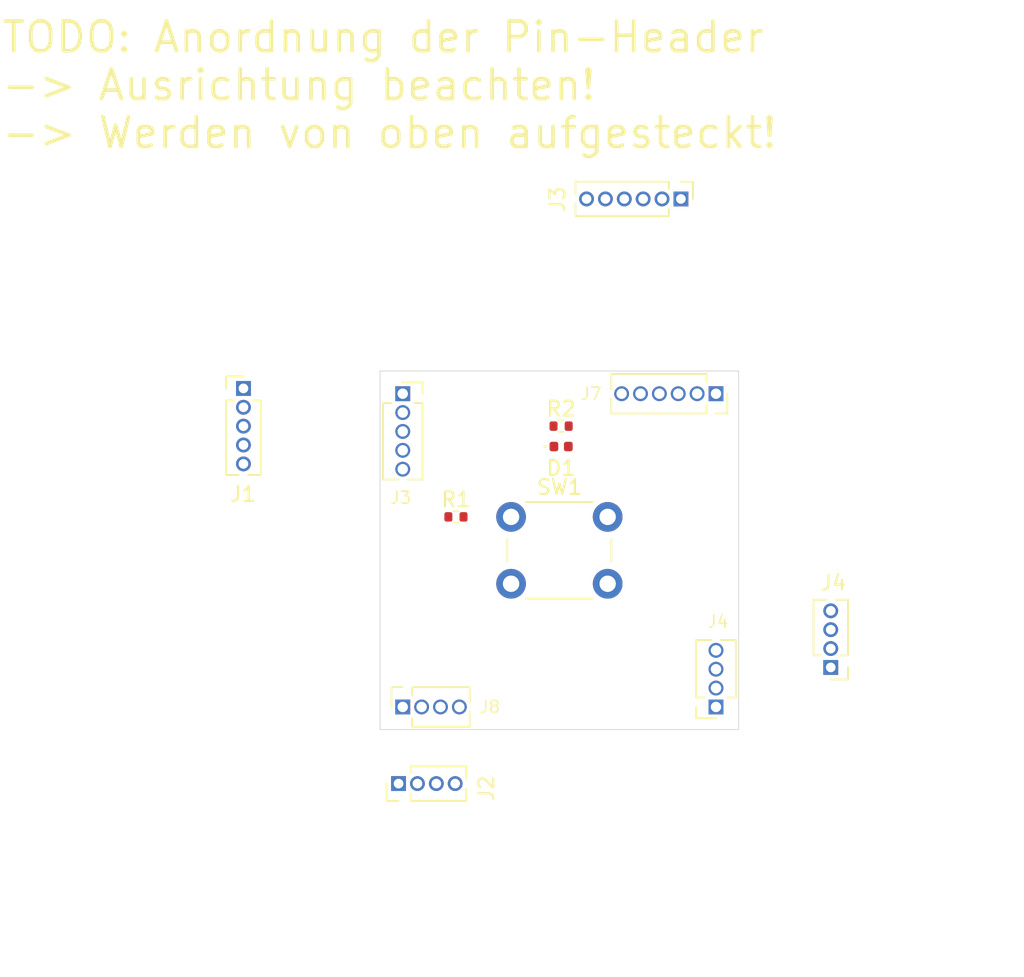
<source format=kicad_pcb>
(kicad_pcb (version 20241229) (generator "pcbnew") (generator_version "9.0")
  (layers (0 "F.Cu" signal) (2 "B.Cu" signal) (13 "F.Paste" user) (15 "B.Paste" user) (5 "F.SilkS" user "F.Silkscreen") (7 "B.SilkS" user "B.Silkscreen") (1 "F.Mask" user) (3 "B.Mask" user) (25 "Edge.Cuts" user))
  (net 0 "")
  (net 1 "GND")
  (net 2 "Net-(D1-A)")
  (net 5 "/+3.3V Digital")
  (net 13 "/LED")
  (net 15 "/A")
  (net 21 "Net-(R1-Pad2)")
  (net 22 "/STM32-MCU/Slot0.Addr0")
  (net 23 "/STM32-MCU/Slot0.Addr1")
  (net 24 "/STM32-MCU/Slot0.Addr2")
  (net 25 "/STM32-MCU/Slot0.Addr3")
  (net 26 "/Board Address/+3.3V Digital")
  (net 27 "/Power Supply/AREF")
  (net 28 "/STM32-MCU/SlotBus.Data")
  (net 29 "/STM32-MCU/SlotBus.Clock")
  (net 30 "/STM32-MCU/Slot0.Typ0")
  (net 31 "/STM32-MCU/Slot0.Typ1")
  (net 32 "/STM32-MCU/Slot0.Typ2")
  (net 33 "/STM32-MCU/Slot0.Typ3")
  (net 34 "/STM32-MCU/Slot0.LED")
  (net 35 "/STM32-MCU/Slot0.C")
  (net 36 "/STM32-MCU/Slot0.B")
  (net 37 "/STM32-MCU/Slot0.A")
  (net 38 "/STM32-MCU/Slot0.A1")
  (net 39 "/STM32-MCU/Slot0.A0")
  (footprint "Connector_PinHeader_1.27mm:PinHeader_1x04_P1.27mm_Vertical" (layer "F.Cu") (at 157.3276 121.545 180)
    (property "Reference" "J4" (at -0.1778 5.6956 0) (layer "F.SilkS"))
    (property "Value" "Samtec MTMS-104-02-T-S-100")
    (fp_line (start 1.16 0.81) (end 1.16 4.555) (stroke (width 0.12)) (layer "F.SilkS"))
    (fp_line (start 0.666708 0.81) (end 1.16 0.81) (stroke (width 0.12)) (layer "F.SilkS"))
    (fp_line (start 0.317923 4.555) (end 1.16 4.555) (stroke (width 0.12)) (layer "F.SilkS"))
    (fp_line (start -1.16 4.555) (end -0.317923 4.555) (stroke (width 0.12)) (layer "F.SilkS"))
    (fp_line (start -1.16 0.81) (end -0.666708 0.81) (stroke (width 0.12)) (layer "F.SilkS"))
    (fp_line (start -1.16 0.81) (end -1.16 4.555) (stroke (width 0.12)) (layer "F.SilkS"))
    (fp_line (start -1.16 0) (end -1.16 -0.81) (stroke (width 0.12)) (layer "F.SilkS"))
    (fp_line (start -1.16 -0.81) (end 0 -0.81) (stroke (width 0.12)) (layer "F.SilkS"))
    (pad "1" thru_hole rect (at 0 0 180) (size 1 1) (drill 0.65) (layers "*.Cu" "*.Mask"))
    (pad "2" thru_hole circle (at 0 1.27 180) (size 1 1) (drill 0.65) (layers "*.Cu" "*.Mask"))
    (pad "3" thru_hole circle (at 0 2.54 180) (size 1 1) (drill 0.65) (layers "*.Cu" "*.Mask"))
    (pad "4" thru_hole circle (at 0 3.81 180) (size 1 1) (drill 0.65) (layers "*.Cu" "*.Mask"))
  )
  (footprint "Connector_PinSocket_1.27mm:PinSocket_1x04_P1.27mm_Vertical" (layer "F.Cu") (at 149.605 124.205 180)
    (property "Reference" "J4" (at -0.128 5.729 180) (layer "F.SilkS") (effects (font (size 0.8128 0.8128) (thickness 0.1016))))
    (property "Value" "Samtec RSM-104-02-L-S")
    (fp_line (start 1.33 0.635) (end 1.33 4.505) (stroke (width 0.12)) (layer "F.SilkS"))
    (fp_line (start 1.33 -0.76) (end 1.33 0) (stroke (width 0.12)) (layer "F.SilkS"))
    (fp_line (start 0.76 0.635) (end 1.33 0.635) (stroke (width 0.12)) (layer "F.SilkS"))
    (fp_line (start 0.30753 4.505) (end 1.33 4.505) (stroke (width 0.12)) (layer "F.SilkS"))
    (fp_line (start 0 -0.76) (end 1.33 -0.76) (stroke (width 0.12)) (layer "F.SilkS"))
    (fp_line (start -1.33 4.505) (end -0.30753 4.505) (stroke (width 0.12)) (layer "F.SilkS"))
    (fp_line (start -1.33 0.635) (end -0.76 0.635) (stroke (width 0.12)) (layer "F.SilkS"))
    (fp_line (start -1.33 0.635) (end -1.33 4.505) (stroke (width 0.12)) (layer "F.SilkS"))
    (pad "1" thru_hole rect (at 0 0 180) (size 1 1) (drill 0.7) (layers "*.Cu" "*.Mask") (net 22 "/STM32-MCU/Slot0.Addr0"))
    (pad "2" thru_hole circle (at 0 1.27 180) (size 1 1) (drill 0.7) (layers "*.Cu" "*.Mask") (net 23 "/STM32-MCU/Slot0.Addr1"))
    (pad "3" thru_hole circle (at 0 2.54 180) (size 1 1) (drill 0.7) (layers "*.Cu" "*.Mask") (net 24 "/STM32-MCU/Slot0.Addr2"))
    (pad "4" thru_hole circle (at 0 3.81 180) (size 1 1) (drill 0.7) (layers "*.Cu" "*.Mask") (net 25 "/STM32-MCU/Slot0.Addr3"))
  )
  (footprint "Resistor_SMD:R_0402_1005Metric" (layer "F.Cu") (at 132.1054 111.415)
    (property "Reference" "R1" (at 0 -1.17 0) (layer "F.SilkS"))
    (property "Value" "1k")
    (fp_line (start -0.153641 -0.38) (end 0.153641 -0.38) (stroke (width 0.12)) (layer "F.SilkS"))
    (fp_line (start -0.153641 0.38) (end 0.153641 0.38) (stroke (width 0.12)) (layer "F.SilkS"))
    (pad "1" smd roundrect (at -0.51 0) (size 0.54 0.64) (layers "F.Cu" "F.Mask" "F.Paste") (net 5 "/+3.3V Digital"))
    (pad "2" smd roundrect (at 0.51 0) (size 0.54 0.64) (layers "F.Cu" "F.Mask" "F.Paste") (net 21 "Net-(R1-Pad2)"))
  )
  (footprint "Connector_PinHeader_1.27mm:PinHeader_1x04_P1.27mm_Vertical" (layer "F.Cu") (at 128.2446 129.3622 90)
    (property "Reference" "J2" (at -0.317923 5.9182 90) (layer "F.SilkS"))
    (property "Value" "Samtec MTMS-104-02-T-S-100")
    (fp_line (start -1.16 -0.81) (end 0 -0.81) (stroke (width 0.12)) (layer "F.SilkS"))
    (fp_line (start -1.16 0) (end -1.16 -0.81) (stroke (width 0.12)) (layer "F.SilkS"))
    (fp_line (start 1.16 0.81) (end 1.16 4.555) (stroke (width 0.12)) (layer "F.SilkS"))
    (fp_line (start 0.666708 0.81) (end 1.16 0.81) (stroke (width 0.12)) (layer "F.SilkS"))
    (fp_line (start -1.16 0.81) (end -0.666708 0.81) (stroke (width 0.12)) (layer "F.SilkS"))
    (fp_line (start -1.16 0.81) (end -1.16 4.555) (stroke (width 0.12)) (layer "F.SilkS"))
    (fp_line (start 0.317923 4.555) (end 1.16 4.555) (stroke (width 0.12)) (layer "F.SilkS"))
    (fp_line (start -1.16 4.555) (end -0.317923 4.555) (stroke (width 0.12)) (layer "F.SilkS"))
    (pad "1" thru_hole rect (at 0 0 90) (size 1 1) (drill 0.65) (layers "*.Cu" "*.Mask"))
    (pad "2" thru_hole circle (at 0 1.27 90) (size 1 1) (drill 0.65) (layers "*.Cu" "*.Mask"))
    (pad "3" thru_hole circle (at 0 2.54 90) (size 1 1) (drill 0.65) (layers "*.Cu" "*.Mask"))
    (pad "4" thru_hole circle (at 0 3.81 90) (size 1 1) (drill 0.65) (layers "*.Cu" "*.Mask"))
  )
  (footprint "Connector_PinHeader_1.27mm:PinHeader_1x05_P1.27mm_Vertical" (layer "F.Cu") (at 117.8052 102.7684)
    (property "Reference" "J1" (at -0.0254 7.112 0) (layer "F.SilkS"))
    (property "Value" "Samtec MTMS-105-02-T-S-100")
    (fp_line (start -1.16 -0.81) (end 0 -0.81) (stroke (width 0.12)) (layer "F.SilkS"))
    (fp_line (start -1.16 0) (end -1.16 -0.81) (stroke (width 0.12)) (layer "F.SilkS"))
    (fp_line (start -1.16 0.81) (end -1.16 5.825) (stroke (width 0.12)) (layer "F.SilkS"))
    (fp_line (start -1.16 0.81) (end -0.666708 0.81) (stroke (width 0.12)) (layer "F.SilkS"))
    (fp_line (start -1.16 5.825) (end -0.317923 5.825) (stroke (width 0.12)) (layer "F.SilkS"))
    (fp_line (start 0.317923 5.825) (end 1.16 5.825) (stroke (width 0.12)) (layer "F.SilkS"))
    (fp_line (start 0.666708 0.81) (end 1.16 0.81) (stroke (width 0.12)) (layer "F.SilkS"))
    (fp_line (start 1.16 0.81) (end 1.16 5.825) (stroke (width 0.12)) (layer "F.SilkS"))
    (pad "1" thru_hole rect (at 0 0) (size 1 1) (drill 0.65) (layers "*.Cu" "*.Mask") (net 5 "/+3.3V Digital"))
    (pad "2" thru_hole circle (at 0 1.27) (size 1 1) (drill 0.65) (layers "*.Cu" "*.Mask"))
    (pad "3" thru_hole circle (at 0 2.54) (size 1 1) (drill 0.65) (layers "*.Cu" "*.Mask") (net 1 "GND"))
    (pad "4" thru_hole circle (at 0 3.81) (size 1 1) (drill 0.65) (layers "*.Cu" "*.Mask"))
    (pad "5" thru_hole circle (at 0 5.08) (size 1 1) (drill 0.65) (layers "*.Cu" "*.Mask"))
  )
  (footprint "Connector_PinSocket_1.27mm:PinSocket_1x05_P1.27mm_Vertical" (layer "F.Cu") (at 128.525 103.125)
    (property "Reference" "J3" (at -0.128 6.999 0) (layer "F.SilkS") (effects (font (size 0.8128 0.8128) (thickness 0.1016))))
    (property "Value" "Samtec RSM-105-02-L-S")
    (fp_line (start -1.33 0.635) (end -1.33 5.775) (stroke (width 0.12)) (layer "F.SilkS"))
    (fp_line (start -1.33 0.635) (end -0.76 0.635) (stroke (width 0.12)) (layer "F.SilkS"))
    (fp_line (start -1.33 5.775) (end -0.30753 5.775) (stroke (width 0.12)) (layer "F.SilkS"))
    (fp_line (start 0 -0.76) (end 1.33 -0.76) (stroke (width 0.12)) (layer "F.SilkS"))
    (fp_line (start 0.30753 5.775) (end 1.33 5.775) (stroke (width 0.12)) (layer "F.SilkS"))
    (fp_line (start 0.76 0.635) (end 1.33 0.635) (stroke (width 0.12)) (layer "F.SilkS"))
    (fp_line (start 1.33 -0.76) (end 1.33 0) (stroke (width 0.12)) (layer "F.SilkS"))
    (fp_line (start 1.33 0.635) (end 1.33 5.775) (stroke (width 0.12)) (layer "F.SilkS"))
    (pad "1" thru_hole rect (at 0 0) (size 1 1) (drill 0.7) (layers "*.Cu" "*.Mask") (net 26 "/Board Address/+3.3V Digital"))
    (pad "2" thru_hole circle (at 0 1.27) (size 1 1) (drill 0.7) (layers "*.Cu" "*.Mask") (net 27 "/Power Supply/AREF"))
    (pad "3" thru_hole circle (at 0 2.54) (size 1 1) (drill 0.7) (layers "*.Cu" "*.Mask") (net 1 "GND"))
    (pad "4" thru_hole circle (at 0 3.81) (size 1 1) (drill 0.7) (layers "*.Cu" "*.Mask") (net 28 "/STM32-MCU/SlotBus.Data"))
    (pad "5" thru_hole circle (at 0 5.08) (size 1 1) (drill 0.7) (layers "*.Cu" "*.Mask") (net 29 "/STM32-MCU/SlotBus.Clock"))
  )
  (footprint "LED_SMD:LED_0402_1005Metric" (layer "F.Cu") (at 139.1825 106.68)
    (property "Reference" "D1" (at 0 1.4478 0) (layer "F.SilkS"))
    (property "Value" "LED")
    (fp_circle (center -1.09 0) (end -1.04 0) (stroke (width 0.1)) (fill no) (layer "F.SilkS"))
    (pad "1" smd roundrect (at -0.485 0) (size 0.59 0.64) (layers "F.Cu" "F.Mask" "F.Paste") (net 1 "GND"))
    (pad "2" smd roundrect (at 0.485 0) (size 0.59 0.64) (layers "F.Cu" "F.Mask" "F.Paste") (net 2 "Net-(D1-A)"))
  )
  (footprint "Connector_PinSocket_1.27mm:PinSocket_1x04_P1.27mm_Vertical" (layer "F.Cu") (at 128.525 124.205 90)
    (property "Reference" "J8" (at -0.001 5.856 180) (layer "F.SilkS") (effects (font (size 0.8128 0.8128) (thickness 0.1016))))
    (property "Value" "Samtec RSM-104-02-L-S")
    (fp_line (start 1.33 -0.76) (end 1.33 0) (stroke (width 0.12)) (layer "F.SilkS"))
    (fp_line (start 0 -0.76) (end 1.33 -0.76) (stroke (width 0.12)) (layer "F.SilkS"))
    (fp_line (start 1.33 0.635) (end 1.33 4.505) (stroke (width 0.12)) (layer "F.SilkS"))
    (fp_line (start 0.76 0.635) (end 1.33 0.635) (stroke (width 0.12)) (layer "F.SilkS"))
    (fp_line (start -1.33 0.635) (end -0.76 0.635) (stroke (width 0.12)) (layer "F.SilkS"))
    (fp_line (start -1.33 0.635) (end -1.33 4.505) (stroke (width 0.12)) (layer "F.SilkS"))
    (fp_line (start 0.30753 4.505) (end 1.33 4.505) (stroke (width 0.12)) (layer "F.SilkS"))
    (fp_line (start -1.33 4.505) (end -0.30753 4.505) (stroke (width 0.12)) (layer "F.SilkS"))
    (pad "1" thru_hole rect (at 0 0 90) (size 1 1) (drill 0.7) (layers "*.Cu" "*.Mask") (net 30 "/STM32-MCU/Slot0.Typ0"))
    (pad "2" thru_hole circle (at 0 1.27 90) (size 1 1) (drill 0.7) (layers "*.Cu" "*.Mask") (net 31 "/STM32-MCU/Slot0.Typ1"))
    (pad "3" thru_hole circle (at 0 2.54 90) (size 1 1) (drill 0.7) (layers "*.Cu" "*.Mask") (net 32 "/STM32-MCU/Slot0.Typ2"))
    (pad "4" thru_hole circle (at 0 3.81 90) (size 1 1) (drill 0.7) (layers "*.Cu" "*.Mask") (net 33 "/STM32-MCU/Slot0.Typ3"))
  )
  (footprint "Resistor_SMD:R_0402_1005Metric" (layer "F.Cu") (at 139.1825 105.3084)
    (property "Reference" "R2" (at 0 -1.17 0) (layer "F.SilkS"))
    (property "Value" "1k")
    (fp_line (start -0.153641 -0.38) (end 0.153641 -0.38) (stroke (width 0.12)) (layer "F.SilkS"))
    (fp_line (start -0.153641 0.38) (end 0.153641 0.38) (stroke (width 0.12)) (layer "F.SilkS"))
    (pad "1" smd roundrect (at -0.51 0) (size 0.54 0.64) (layers "F.Cu" "F.Mask" "F.Paste") (net 13 "/LED"))
    (pad "2" smd roundrect (at 0.51 0) (size 0.54 0.64) (layers "F.Cu" "F.Mask" "F.Paste") (net 2 "Net-(D1-A)"))
  )
  (footprint "Button_Switch_THT:SW_PUSH_6mm" (layer "F.Cu") (at 135.815 111.415)
    (property "Reference" "SW1" (at 3.25 -2 0) (layer "F.SilkS"))
    (property "Value" "SW_Push")
    (fp_line (start -0.25 1.5) (end -0.25 3) (stroke (width 0.12)) (layer "F.SilkS"))
    (fp_line (start 1 5.5) (end 5.5 5.5) (stroke (width 0.12)) (layer "F.SilkS"))
    (fp_line (start 5.5 -1) (end 1 -1) (stroke (width 0.12)) (layer "F.SilkS"))
    (fp_line (start 6.75 3) (end 6.75 1.5) (stroke (width 0.12)) (layer "F.SilkS"))
    (pad "1" thru_hole circle (at 0 0 90) (size 2 2) (drill 1.1) (layers "*.Cu" "*.Mask") (net 21 "Net-(R1-Pad2)"))
    (pad "1" thru_hole circle (at 6.5 0 90) (size 2 2) (drill 1.1) (layers "*.Cu" "*.Mask") (net 21 "Net-(R1-Pad2)"))
    (pad "2" thru_hole circle (at 0 4.5 90) (size 2 2) (drill 1.1) (layers "*.Cu" "*.Mask") (net 15 "/A"))
    (pad "2" thru_hole circle (at 6.5 4.5 90) (size 2 2) (drill 1.1) (layers "*.Cu" "*.Mask") (net 15 "/A"))
  )
  (footprint "Connector_PinSocket_1.27mm:PinSocket_1x06_P1.27mm_Vertical" (layer "F.Cu") (at 149.605 103.125 -90)
    (property "Reference" "J7" (at -0.001 8.396 0) (layer "F.SilkS") (effects (font (size 0.8128 0.8128) (thickness 0.1016))))
    (property "Value" "Samtec RSM-106-02-L-S")
    (fp_line (start -1.33 7.045) (end -0.30753 7.045) (stroke (width 0.12)) (layer "F.SilkS"))
    (fp_line (start 0.30753 7.045) (end 1.33 7.045) (stroke (width 0.12)) (layer "F.SilkS"))
    (fp_line (start -1.33 0.635) (end -1.33 7.045) (stroke (width 0.12)) (layer "F.SilkS"))
    (fp_line (start -1.33 0.635) (end -0.76 0.635) (stroke (width 0.12)) (layer "F.SilkS"))
    (fp_line (start 0.76 0.635) (end 1.33 0.635) (stroke (width 0.12)) (layer "F.SilkS"))
    (fp_line (start 1.33 0.635) (end 1.33 7.045) (stroke (width 0.12)) (layer "F.SilkS"))
    (fp_line (start 0 -0.76) (end 1.33 -0.76) (stroke (width 0.12)) (layer "F.SilkS"))
    (fp_line (start 1.33 -0.76) (end 1.33 0) (stroke (width 0.12)) (layer "F.SilkS"))
    (pad "1" thru_hole rect (at 0 0 270) (size 1 1) (drill 0.7) (layers "*.Cu" "*.Mask") (net 34 "/STM32-MCU/Slot0.LED"))
    (pad "2" thru_hole circle (at 0 1.27 270) (size 1 1) (drill 0.7) (layers "*.Cu" "*.Mask") (net 35 "/STM32-MCU/Slot0.C"))
    (pad "3" thru_hole circle (at 0 2.54 270) (size 1 1) (drill 0.7) (layers "*.Cu" "*.Mask") (net 36 "/STM32-MCU/Slot0.B"))
    (pad "4" thru_hole circle (at 0 3.81 270) (size 1 1) (drill 0.7) (layers "*.Cu" "*.Mask") (net 37 "/STM32-MCU/Slot0.A"))
    (pad "5" thru_hole circle (at 0 5.08 270) (size 1 1) (drill 0.7) (layers "*.Cu" "*.Mask") (net 38 "/STM32-MCU/Slot0.A1"))
    (pad "6" thru_hole circle (at 0 6.35 270) (size 1 1) (drill 0.7) (layers "*.Cu" "*.Mask") (net 39 "/STM32-MCU/Slot0.A0"))
  )
  (footprint "Connector_PinHeader_1.27mm:PinHeader_1x06_P1.27mm_Vertical" (layer "F.Cu") (at 147.2438 90.0176 -90)
    (property "Reference" "J3" (at 0.0254 8.3058 90) (layer "F.SilkS"))
    (property "Value" "Samtec  MTMS-106-02-T-S-100")
    (fp_line (start -1.16 7.095) (end -0.317923 7.095) (stroke (width 0.12)) (layer "F.SilkS"))
    (fp_line (start 0.317923 7.095) (end 1.16 7.095) (stroke (width 0.12)) (layer "F.SilkS"))
    (fp_line (start -1.16 0.81) (end -1.16 7.095) (stroke (width 0.12)) (layer "F.SilkS"))
    (fp_line (start -1.16 0.81) (end -0.666708 0.81) (stroke (width 0.12)) (layer "F.SilkS"))
    (fp_line (start 0.666708 0.81) (end 1.16 0.81) (stroke (width 0.12)) (layer "F.SilkS"))
    (fp_line (start 1.16 0.81) (end 1.16 7.095) (stroke (width 0.12)) (layer "F.SilkS"))
    (fp_line (start -1.16 0) (end -1.16 -0.81) (stroke (width 0.12)) (layer "F.SilkS"))
    (fp_line (start -1.16 -0.81) (end 0 -0.81) (stroke (width 0.12)) (layer "F.SilkS"))
    (pad "1" thru_hole rect (at 0 0 270) (size 1 1) (drill 0.65) (layers "*.Cu" "*.Mask") (net 13 "/LED"))
    (pad "2" thru_hole circle (at 0 1.27 270) (size 1 1) (drill 0.65) (layers "*.Cu" "*.Mask"))
    (pad "3" thru_hole circle (at 0 2.54 270) (size 1 1) (drill 0.65) (layers "*.Cu" "*.Mask"))
    (pad "4" thru_hole circle (at 0 3.81 270) (size 1 1) (drill 0.65) (layers "*.Cu" "*.Mask") (net 15 "/A"))
    (pad "5" thru_hole circle (at 0 5.08 270) (size 1 1) (drill 0.65) (layers "*.Cu" "*.Mask"))
    (pad "6" thru_hole circle (at 0 6.35 270) (size 1 1) (drill 0.65) (layers "*.Cu" "*.Mask"))
  )
  (gr_rect (start 127 101.6) (end 151.13 101.6) (stroke (width 0.05)) (fill no) (layer "Edge.Cuts"))
  (gr_line (start 151.13 101.6) (end 151.13 125.73) (stroke (width 0.05)) (layer "Edge.Cuts"))
  (gr_line (start 127 125.73) (end 127 101.6) (stroke (width 0.05)) (layer "Edge.Cuts"))
  (gr_rect (start 127 125.73) (end 151.13 125.73) (stroke (width 0.05)) (fill no) (layer "Edge.Cuts"))
  (gr_text "TODO: Anordnung der Pin-Header\n-> Ausrichtung beachten!\n-> Werden von oben aufgesteckt!" (at 101.4222 86.741 0) (layer "F.SilkS") (effects (font (size 2 2) (thickness 0.25)) (justify left bottom)))
)
</source>
